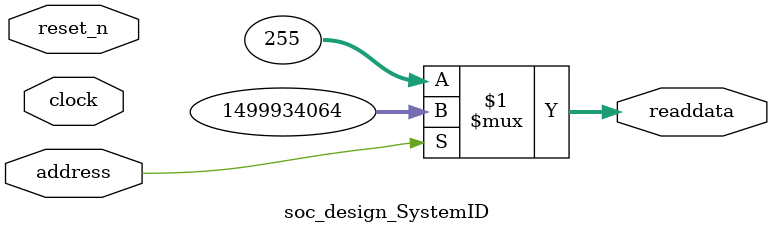
<source format=v>



// synthesis translate_off
`timescale 1ns / 1ps
// synthesis translate_on

// turn off superfluous verilog processor warnings 
// altera message_level Level1 
// altera message_off 10034 10035 10036 10037 10230 10240 10030 

module soc_design_SystemID (
               // inputs:
                address,
                clock,
                reset_n,

               // outputs:
                readdata
             )
;

  output  [ 31: 0] readdata;
  input            address;
  input            clock;
  input            reset_n;

  wire    [ 31: 0] readdata;
  //control_slave, which is an e_avalon_slave
  assign readdata = address ? 1499934064 : 255;

endmodule



</source>
